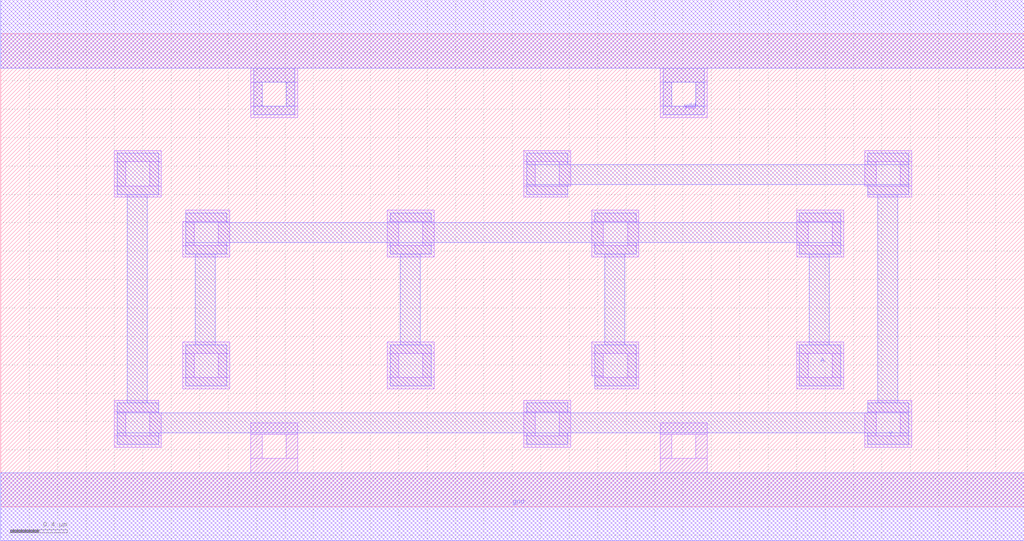
<source format=lef>
VERSION 5.7 ;
  NOWIREEXTENSIONATPIN ON ;
  DIVIDERCHAR "/" ;
  BUSBITCHARS "[]" ;
MACRO INVX8
  CLASS CORE ;
  FOREIGN INVX8 ;
  ORIGIN 0.000 0.000 ;
  SIZE 7.200 BY 3.330 ;
  SYMMETRY X Y R90 ;
  SITE unit ;
  PIN vdd
    DIRECTION INOUT ;
    USE POWER ;
    SHAPE ABUTMENT ;
    PORT
      LAYER met1 ;
        RECT 0.000 3.090 7.200 3.570 ;
        RECT 1.780 2.990 2.070 3.090 ;
        RECT 1.780 2.820 1.840 2.990 ;
        RECT 2.010 2.820 2.070 2.990 ;
        RECT 1.780 2.760 2.070 2.820 ;
        RECT 4.660 2.990 4.950 3.090 ;
        RECT 4.660 2.820 4.720 2.990 ;
        RECT 4.890 2.820 4.950 2.990 ;
        RECT 4.660 2.760 4.950 2.820 ;
    END
    PORT
      LAYER li1 ;
        RECT 0.000 3.090 7.200 3.570 ;
        RECT 1.760 2.990 2.090 3.090 ;
        RECT 1.760 2.820 1.840 2.990 ;
        RECT 2.010 2.820 2.090 2.990 ;
        RECT 1.760 2.740 2.090 2.820 ;
        RECT 4.640 2.990 4.970 3.090 ;
        RECT 4.640 2.820 4.720 2.990 ;
        RECT 4.890 2.820 4.970 2.990 ;
        RECT 4.640 2.740 4.970 2.820 ;
    END
  END vdd
  PIN gnd
    DIRECTION INOUT ;
    USE GROUND ;
    SHAPE ABUTMENT ;
    PORT
      LAYER met1 ;
        RECT 0.000 -0.240 7.200 0.240 ;
    END
    PORT
      LAYER li1 ;
        RECT 1.760 0.510 2.090 0.590 ;
        RECT 1.760 0.340 1.840 0.510 ;
        RECT 2.010 0.340 2.090 0.510 ;
        RECT 1.760 0.240 2.090 0.340 ;
        RECT 4.640 0.510 4.970 0.590 ;
        RECT 4.640 0.340 4.720 0.510 ;
        RECT 4.890 0.340 4.970 0.510 ;
        RECT 4.640 0.240 4.970 0.340 ;
        RECT 0.000 -0.240 7.200 0.240 ;
    END
  END gnd
  PIN Y
    DIRECTION INOUT ;
    USE SIGNAL ;
    SHAPE ABUTMENT ;
    PORT
      LAYER met1 ;
        RECT 0.820 2.200 1.110 2.490 ;
        RECT 3.700 2.410 3.990 2.490 ;
        RECT 6.100 2.410 6.390 2.490 ;
        RECT 3.700 2.270 6.390 2.410 ;
        RECT 3.700 2.200 3.990 2.270 ;
        RECT 6.100 2.200 6.390 2.270 ;
        RECT 0.890 0.730 1.030 2.200 ;
        RECT 6.170 0.730 6.310 2.200 ;
        RECT 0.820 0.660 1.110 0.730 ;
        RECT 3.700 0.660 3.990 0.730 ;
        RECT 6.100 0.660 6.390 0.730 ;
        RECT 0.820 0.520 6.390 0.660 ;
        RECT 0.820 0.440 1.110 0.520 ;
        RECT 3.700 0.440 3.990 0.520 ;
        RECT 6.100 0.440 6.390 0.520 ;
    END
  END Y
  PIN A
    DIRECTION INOUT ;
    USE SIGNAL ;
    SHAPE ABUTMENT ;
    PORT
      LAYER met1 ;
        RECT 1.300 2.000 1.590 2.070 ;
        RECT 2.740 2.000 3.030 2.070 ;
        RECT 4.180 2.000 4.470 2.070 ;
        RECT 5.620 2.000 5.910 2.070 ;
        RECT 1.300 1.860 5.910 2.000 ;
        RECT 1.300 1.780 1.590 1.860 ;
        RECT 2.740 1.780 3.030 1.860 ;
        RECT 4.180 1.780 4.470 1.860 ;
        RECT 5.620 1.780 5.910 1.860 ;
        RECT 1.370 1.140 1.510 1.780 ;
        RECT 2.810 1.140 2.950 1.780 ;
        RECT 4.250 1.140 4.390 1.780 ;
        RECT 5.690 1.140 5.830 1.780 ;
        RECT 1.300 0.850 1.590 1.140 ;
        RECT 2.740 0.850 3.030 1.140 ;
        RECT 4.180 0.850 4.470 1.140 ;
        RECT 5.620 0.850 5.910 1.140 ;
    END
  END A
  OBS
      LAYER li1 ;
        RECT 0.800 2.430 1.130 2.510 ;
        RECT 0.800 2.260 0.880 2.430 ;
        RECT 1.050 2.260 1.130 2.430 ;
        RECT 0.800 2.180 1.130 2.260 ;
        RECT 3.680 2.430 4.010 2.510 ;
        RECT 3.680 2.260 3.760 2.430 ;
        RECT 3.930 2.260 4.010 2.430 ;
        RECT 6.080 2.430 6.410 2.510 ;
        RECT 6.080 2.260 6.160 2.430 ;
        RECT 6.330 2.260 6.410 2.430 ;
        RECT 3.680 2.180 3.990 2.260 ;
        RECT 6.100 2.180 6.410 2.260 ;
        RECT 1.300 2.010 1.610 2.090 ;
        RECT 1.280 1.840 1.360 2.010 ;
        RECT 1.530 1.840 1.610 2.010 ;
        RECT 1.280 1.760 1.610 1.840 ;
        RECT 2.720 2.010 3.050 2.090 ;
        RECT 2.720 1.840 2.800 2.010 ;
        RECT 2.970 1.840 3.050 2.010 ;
        RECT 2.720 1.760 3.050 1.840 ;
        RECT 4.160 2.010 4.490 2.090 ;
        RECT 4.160 1.840 4.240 2.010 ;
        RECT 4.410 1.840 4.490 2.010 ;
        RECT 4.160 1.760 4.490 1.840 ;
        RECT 5.600 2.010 5.930 2.090 ;
        RECT 5.600 1.840 5.680 2.010 ;
        RECT 5.850 1.840 5.930 2.010 ;
        RECT 5.600 1.760 5.930 1.840 ;
        RECT 1.280 1.080 1.610 1.160 ;
        RECT 1.280 0.910 1.360 1.080 ;
        RECT 1.530 0.910 1.610 1.080 ;
        RECT 1.280 0.830 1.610 0.910 ;
        RECT 2.720 1.080 3.050 1.160 ;
        RECT 2.720 0.910 2.800 1.080 ;
        RECT 2.970 0.910 3.050 1.080 ;
        RECT 4.160 1.080 4.490 1.160 ;
        RECT 4.160 0.920 4.240 1.080 ;
        RECT 2.720 0.830 3.050 0.910 ;
        RECT 4.180 0.910 4.240 0.920 ;
        RECT 4.410 0.910 4.490 1.080 ;
        RECT 4.180 0.830 4.490 0.910 ;
        RECT 5.600 1.080 5.930 1.160 ;
        RECT 5.600 0.910 5.680 1.080 ;
        RECT 5.850 0.910 5.930 1.080 ;
        RECT 5.600 0.830 5.930 0.910 ;
        RECT 0.800 0.670 1.110 0.750 ;
        RECT 0.800 0.500 0.880 0.670 ;
        RECT 1.050 0.660 1.110 0.670 ;
        RECT 3.680 0.670 4.010 0.750 ;
        RECT 1.050 0.500 1.130 0.660 ;
        RECT 0.800 0.420 1.130 0.500 ;
        RECT 3.680 0.500 3.760 0.670 ;
        RECT 3.930 0.500 4.010 0.670 ;
        RECT 6.100 0.670 6.410 0.750 ;
        RECT 6.100 0.660 6.160 0.670 ;
        RECT 3.680 0.420 4.010 0.500 ;
        RECT 6.080 0.500 6.160 0.660 ;
        RECT 6.330 0.500 6.410 0.670 ;
        RECT 6.080 0.420 6.410 0.500 ;
  END
END INVX8
END LIBRARY


</source>
